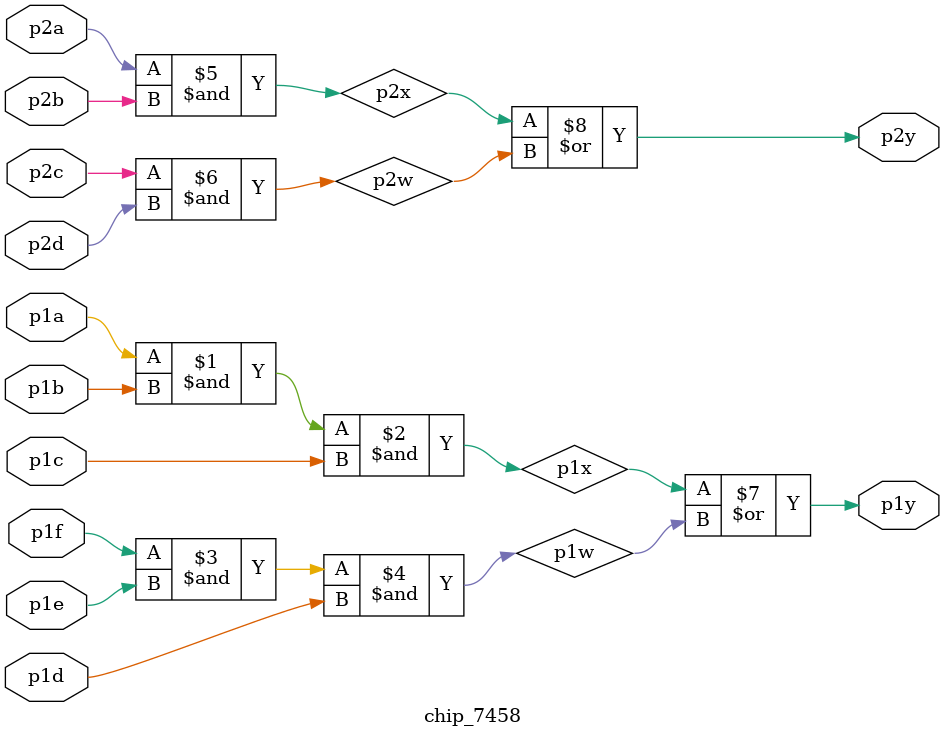
<source format=v>
module chip_7458 (
  input p1a, p1b, p1c, p1d, p1e, p1f,
  output p1y,
  input p2a, p2b, p2c, p2d,
  output p2y );

wire p1x, p1w, p2x, p2w;
assign p1x = p1a & p1b & p1c;
assign p1w = p1f & p1e & p1d;
assign p2x = p2a & p2b;
assign p2w = p2c & p2d;
assign p1y = p1x | p1w;
assign p2y = p2x | p2w;

endmodule


</source>
